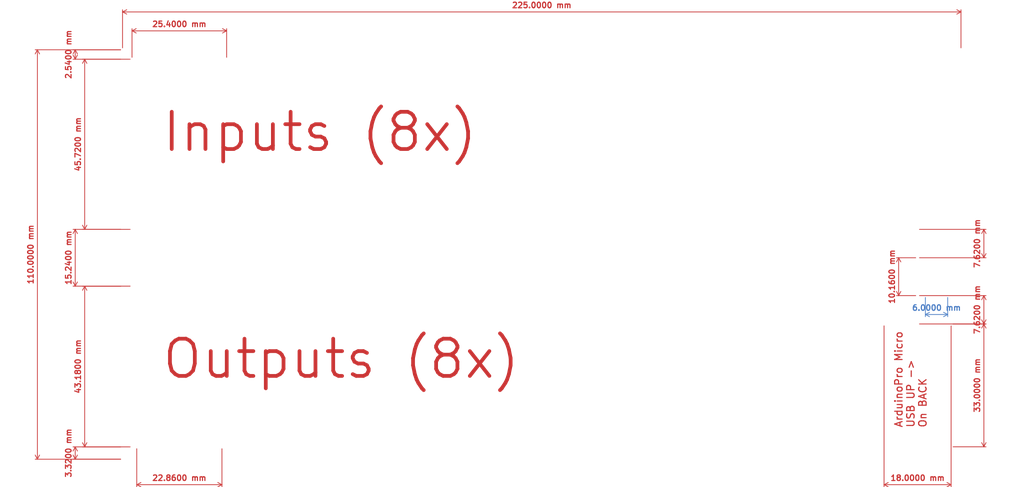
<source format=kicad_pcb>
(kicad_pcb
	(version 20240108)
	(generator "pcbnew")
	(generator_version "8.0")
	(general
		(thickness 1.6)
		(legacy_teardrops no)
	)
	(paper "A4")
	(title_block
		(title "Oblique Palette layout")
		(date "2024-04-05")
		(rev "0.3.2")
		(company "Oblique Industry")
	)
	(layers
		(0 "F.Cu" signal)
		(31 "B.Cu" signal)
		(32 "B.Adhes" user "B.Adhesive")
		(33 "F.Adhes" user "F.Adhesive")
		(34 "B.Paste" user)
		(35 "F.Paste" user)
		(36 "B.SilkS" user "B.Silkscreen")
		(37 "F.SilkS" user "F.Silkscreen")
		(38 "B.Mask" user)
		(39 "F.Mask" user)
		(40 "Dwgs.User" user "User.Drawings")
		(41 "Cmts.User" user "User.Comments")
		(42 "Eco1.User" user "User.Eco1")
		(43 "Eco2.User" user "User.Eco2")
		(44 "Edge.Cuts" user)
		(45 "Margin" user)
		(46 "B.CrtYd" user "B.Courtyard")
		(47 "F.CrtYd" user "F.Courtyard")
		(48 "B.Fab" user)
		(49 "F.Fab" user)
		(50 "User.1" user)
		(51 "User.2" user)
		(52 "User.3" user)
		(53 "User.4" user)
		(54 "User.5" user)
		(55 "User.6" user)
		(56 "User.7" user)
		(57 "User.8" user)
		(58 "User.9" user)
	)
	(setup
		(pad_to_mask_clearance 0)
		(allow_soldermask_bridges_in_footprints no)
		(grid_origin 45.72 104.14)
		(pcbplotparams
			(layerselection 0x00010fc_ffffffff)
			(plot_on_all_layers_selection 0x0000000_00000000)
			(disableapertmacros no)
			(usegerberextensions no)
			(usegerberattributes yes)
			(usegerberadvancedattributes yes)
			(creategerberjobfile yes)
			(dashed_line_dash_ratio 12.000000)
			(dashed_line_gap_ratio 3.000000)
			(svgprecision 4)
			(plotframeref no)
			(viasonmask no)
			(mode 1)
			(useauxorigin no)
			(hpglpennumber 1)
			(hpglpenspeed 20)
			(hpglpendiameter 15.000000)
			(pdf_front_fp_property_popups yes)
			(pdf_back_fp_property_popups yes)
			(dxfpolygonmode yes)
			(dxfimperialunits yes)
			(dxfusepcbnewfont yes)
			(psnegative no)
			(psa4output no)
			(plotreference yes)
			(plotvalue yes)
			(plotfptext yes)
			(plotinvisibletext no)
			(sketchpadsonfab no)
			(subtractmaskfromsilk no)
			(outputformat 1)
			(mirror no)
			(drillshape 1)
			(scaleselection 1)
			(outputdirectory "")
		)
	)
	(net 0 "")
	(gr_rect
		(start 43.18 40.64)
		(end 268.18 150.64)
		(stroke
			(width 0.2)
			(type default)
		)
		(fill none)
		(layer "User.1")
		(uuid "23aa1df1-d793-4451-ad7c-2e4a67f3d4f9")
	)
	(gr_rect
		(start 129.54 43.18)
		(end 154.94 88.9)
		(stroke
			(width 0.2)
			(type default)
		)
		(fill none)
		(layer "User.2")
		(uuid "16197c66-a8ab-497e-8170-298c827537f1")
	)
	(gr_rect
		(start 241.3 43.18)
		(end 266.7 88.9)
		(stroke
			(width 0.2)
			(type default)
		)
		(fill none)
		(layer "User.2")
		(uuid "24c88c4c-fd01-4a82-973a-6e80285f5228")
	)
	(gr_rect
		(start 101.6 43.18)
		(end 127 88.9)
		(stroke
			(width 0.2)
			(type default)
		)
		(fill none)
		(layer "User.2")
		(uuid "2ce1f000-3362-4b84-a7ab-f6a7db6ec33f")
	)
	(gr_rect
		(start 45.72 43.18)
		(end 71.12 88.9)
		(stroke
			(width 0.2)
			(type default)
		)
		(fill none)
		(layer "User.2")
		(uuid "9e15275f-9f56-46d6-ac1f-b666df00de09")
	)
	(gr_rect
		(start 157.48 43.18)
		(end 182.88 88.9)
		(stroke
			(width 0.2)
			(type default)
		)
		(fill none)
		(layer "User.2")
		(uuid "9fef8890-c842-47a6-bbd3-1b1a4f298ed0")
	)
	(gr_rect
		(start 73.66 43.18)
		(end 99.06 88.9)
		(stroke
			(width 0.2)
			(type default)
		)
		(fill none)
		(layer "User.2")
		(uuid "b16de7cd-cd26-46b1-b0d1-81d5fb50a8bd")
	)
	(gr_rect
		(start 213.36 43.18)
		(end 238.76 88.9)
		(stroke
			(width 0.2)
			(type default)
		)
		(fill none)
		(layer "User.2")
		(uuid "bfc58233-b84b-4598-9786-52f9a8683802")
	)
	(gr_rect
		(start 185.42 43.18)
		(end 210.82 88.9)
		(stroke
			(width 0.2)
			(type default)
		)
		(fill none)
		(layer "User.2")
		(uuid "f2600e17-4cf5-439c-87cc-f275415001d7")
	)
	(gr_rect
		(start 223.52 104.14)
		(end 246.38 147.32)
		(stroke
			(width 0.2)
			(type solid)
		)
		(fill none)
		(layer "User.3")
		(uuid "2c3af175-234e-42c4-b785-6616c45cf46f")
	)
	(gr_rect
		(start 121.92 104.14)
		(end 144.78 147.32)
		(stroke
			(width 0.2)
			(type solid)
		)
		(fill none)
		(layer "User.3")
		(uuid "5ac0fd28-6372-4366-88d9-e6dcf429217f")
	)
	(gr_rect
		(start 147.32 104.14)
		(end 170.18 147.32)
		(stroke
			(width 0.2)
			(type solid)
		)
		(fill none)
		(layer "User.3")
		(uuid "5f358ee3-ca8b-4738-8bc4-3d0293624e3d")
	)
	(gr_rect
		(start 198.12 104.14)
		(end 220.98 147.32)
		(stroke
			(width 0.2)
			(type solid)
		)
		(fill none)
		(layer "User.3")
		(uuid "681be930-4a31-4466-951e-6c75fc6676e3")
	)
	(gr_rect
		(start 172.72 104.14)
		(end 195.58 147.32)
		(stroke
			(width 0.2)
			(type solid)
		)
		(fill none)
		(layer "User.3")
		(uuid "71d59be0-547d-406b-85da-001aa66769e2")
	)
	(gr_rect
		(start 45.72 104.14)
		(end 68.58 147.32)
		(stroke
			(width 0.2)
			(type solid)
		)
		(fill none)
		(layer "User.3")
		(uuid "72951d78-4dba-4e18-bb02-48d14bf73c60")
	)
	(gr_rect
		(start 71.12 104.14)
		(end 93.98 147.32)
		(stroke
			(width 0.2)
			(type solid)
		)
		(fill none)
		(layer "User.3")
		(uuid "82b05d9f-eb9a-4745-84f2-66dd346b287a")
	)
	(gr_rect
		(start 96.52 104.14)
		(end 119.38 147.32)
		(stroke
			(width 0.2)
			(type solid)
		)
		(fill none)
		(layer "User.3")
		(uuid "f4d6c978-cc5b-4f16-b6cd-70b40443d4cb")
	)
	(gr_rect
		(start 247.54 114.3)
		(end 265.54 147.3)
		(stroke
			(width 0.2)
			(type default)
		)
		(fill none)
		(layer "User.4")
		(uuid "0aa49af6-38a9-4aa8-8af1-ae4952515065")
	)
	(gr_circle
		(center 261.62 96.52)
		(end 264.62 96.52)
		(stroke
			(width 0.2)
			(type default)
		)
		(fill none)
		(layer "User.5")
		(uuid "1284f810-91f1-4ae5-bd4c-c655bf043bc6")
	)
	(gr_circle
		(center 261.62 106.68)
		(end 264.62 106.68)
		(stroke
			(width 0.2)
			(type default)
		)
		(fill none)
		(layer "User.5")
		(uuid "48917af6-c083-460e-82c6-2ead814785d4")
	)
	(gr_text "ArduinoPro Micro\nUSB UP ->\nOn BACK"
		(at 259.08 142.24 90)
		(layer "F.Cu")
		(uuid "1e92c150-42a1-473e-afd0-abbf3e862621")
		(effects
			(font
				(size 2 2)
				(thickness 0.3)
				(bold yes)
			)
			(justify left bottom)
		)
	)
	(gr_text "Outputs (8x)"
		(at 53.34 129.54 0)
		(layer "F.Cu")
		(uuid "a9129ff2-a24d-44eb-9b28-7e6c5ce999b6")
		(effects
			(font
				(size 10 10)
				(thickness 1)
			)
			(justify left bottom)
		)
	)
	(gr_text "Inputs (8x)"
		(at 53.34 68.58 0)
		(layer "F.Cu")
		(uuid "d7a71ed4-4a9a-4237-889f-b96b7f52543b")
		(effects
			(font
				(size 10 10)
				(thickness 1)
			)
			(justify left bottom)
		)
	)
	(dimension
		(type aligned)
		(layer "F.Cu")
		(uuid "01e5f45b-4cd1-43c5-883c-9f43737a0778")
		(pts
			(xy 256.54 96.52) (xy 256.54 88.9)
		)
		(height 17.78)
		(gr_text "7.6200 mm"
			(at 272.52 92.71 90)
			(layer "F.Cu")
			(uuid "01e5f45b-4cd1-43c5-883c-9f43737a0778")
			(effects
				(font
					(size 1.5 1.5)
					(thickness 0.3)
				)
			)
		)
		(format
			(prefix "")
			(suffix "")
			(units 3)
			(units_format 1)
			(precision 4)
		)
		(style
			(thickness 0.2)
			(arrow_length 1.27)
			(text_position_mode 0)
			(extension_height 0.58642)
			(extension_offset 0.5) keep_text_aligned)
	)
	(dimension
		(type aligned)
		(layer "F.Cu")
		(uuid "052fa95a-6396-4655-9834-703099a2f3ac")
		(pts
			(xy 45.72 104.14) (xy 45.72 147.32)
		)
		(height 12.7)
		(gr_text "43.1800 mm"
			(at 31.22 125.73 90)
			(layer "F.Cu")
			(uuid "052fa95a-6396-4655-9834-703099a2f3ac")
			(effects
				(font
					(size 1.5 1.5)
					(thickness 0.3)
				)
			)
		)
		(format
			(prefix "")
			(suffix "")
			(units 3)
			(units_format 1)
			(precision 4)
		)
		(style
			(thickness 0.2)
			(arrow_length 1.27)
			(text_position_mode 0)
			(extension_height 0.58642)
			(extension_offset 0.5) keep_text_aligned)
	)
	(dimension
		(type aligned)
		(layer "F.Cu")
		(uuid "0c79eb96-3524-4746-93ec-ef664605de06")
		(pts
			(xy 45.72 43.18) (xy 71.12 43.18)
		)
		(height -7.62)
		(gr_text "25.4000 mm"
			(at 58.42 33.76 0)
			(layer "F.Cu")
			(uuid "0c79eb96-3524-4746-93ec-ef664605de06")
			(effects
				(font
					(size 1.5 1.5)
					(thickness 0.3)
				)
			)
		)
		(format
			(prefix "")
			(suffix "")
			(units 3)
			(units_format 1)
			(precision 4)
		)
		(style
			(thickness 0.2)
			(arrow_length 1.27)
			(text_position_mode 0)
			(extension_height 0.58642)
			(extension_offset 0.5) keep_text_aligned)
	)
	(dimension
		(type aligned)
		(layer "F.Cu")
		(uuid "12561167-1d5a-4830-9a30-08a7a88de694")
		(pts
			(xy 43.18 147.32) (xy 43.18 150.64)
		)
		(height 12.7)
		(gr_text "3.3200 mm"
			(at 28.68 148.98 90)
			(layer "F.Cu")
			(uuid "12561167-1d5a-4830-9a30-08a7a88de694")
			(effects
				(font
					(size 1.5 1.5)
					(thickness 0.3)
				)
			)
		)
		(format
			(prefix "")
			(suffix "")
			(units 3)
			(units_format 1)
			(precision 4)
		)
		(style
			(thickness 0.2)
			(arrow_length 1.27)
			(text_position_mode 0)
			(extension_height 0.58642)
			(extension_offset 0.5) keep_text_aligned)
	)
	(dimension
		(type aligned)
		(layer "F.Cu")
		(uuid "16802cd8-3b5e-4014-ae18-55bb6b57ab9e")
		(pts
			(xy 265.54 114.3) (xy 247.54 114.3)
		)
		(height -43.18)
		(gr_text "18.0000 mm"
			(at 256.54 155.68 0)
			(layer "F.Cu")
			(uuid "16802cd8-3b5e-4014-ae18-55bb6b57ab9e")
			(effects
				(font
					(size 1.5 1.5)
					(thickness 0.3)
				)
			)
		)
		(format
			(prefix "")
			(suffix "")
			(units 3)
			(units_format 1)
			(precision 4)
		)
		(style
			(thickness 0.2)
			(arrow_length 1.27)
			(text_position_mode 0)
			(extension_height 0.58642)
			(extension_offset 0.5) keep_text_aligned)
	)
	(dimension
		(type aligned)
		(layer "F.Cu")
		(uuid "1d858347-cf17-4614-adf6-a6df91090c75")
		(pts
			(xy 256.54 96.52) (xy 256.54 106.68)
		)
		(height 5.08)
		(gr_text "10.1600 mm"
			(at 249.66 101.6 90)
			(layer "F.Cu")
			(uuid "1d858347-cf17-4614-adf6-a6df91090c75")
			(effects
				(font
					(size 1.5 1.5)
					(thickness 0.3)
				)
			)
		)
		(format
			(prefix "")
			(suffix "")
			(units 3)
			(units_format 1)
			(precision 4)
		)
		(style
			(thickness 0.2)
			(arrow_length 1.27)
			(text_position_mode 0)
			(extension_height 0.58642)
			(extension_offset 0.5) keep_text_aligned)
	)
	(dimension
		(type aligned)
		(layer "F.Cu")
		(uuid "25458697-b514-4276-982c-117d65b84dd3")
		(pts
			(xy 46.99 147.32) (xy 69.85 147.32)
		)
		(height 10.16)
		(gr_text "22.8600 mm"
			(at 58.42 155.68 0)
			(layer "F.Cu")
			(uuid "25458697-b514-4276-982c-117d65b84dd3")
			(effects
				(font
					(size 1.5 1.5)
					(thickness 0.3)
				)
			)
		)
		(format
			(prefix "")
			(suffix "")
			(units 3)
			(units_format 1)
			(precision 4)
		)
		(style
			(thickness 0.2)
			(arrow_length 1.27)
			(text_position_mode 0)
			(extension_height 0.58642)
			(extension_offset 0.5) keep_text_aligned)
	)
	(dimension
		(type aligned)
		(layer "F.Cu")
		(uuid "557ddae7-5cd2-48e9-b8f7-e31844772dc6")
		(pts
			(xy 43.18 40.64) (xy 43.18 150.64)
		)
		(height 22.86)
		(gr_text "110.0000 mm"
			(at 18.52 95.64 90)
			(layer "F.Cu")
			(uuid "557ddae7-5cd2-48e9-b8f7-e31844772dc6")
			(effects
				(font
					(size 1.5 1.5)
					(thickness 0.3)
				)
			)
		)
		(format
			(prefix "")
			(suffix "")
			(units 3)
			(units_format 1)
			(precision 4)
		)
		(style
			(thickness 0.2)
			(arrow_length 1.27)
			(text_position_mode 0)
			(extension_height 0.58642)
			(extension_offset 0.5) keep_text_aligned)
	)
	(dimension
		(type aligned)
		(layer "F.Cu")
		(uuid "57d7be8f-b14f-47c2-9e3b-cf7acdcb4d3d")
		(pts
			(xy 43.18 88.9) (xy 43.18 104.14)
		)
		(height 12.7)
		(gr_text "15.2400 mm"
			(at 28.68 96.52 90)
			(layer "F.Cu")
			(uuid "57d7be8f-b14f-47c2-9e3b-cf7acdcb4d3d")
			(effects
				(font
					(size 1.5 1.5)
					(thickness 0.3)
				)
			)
		)
		(format
			(prefix "")
			(suffix "")
			(units 3)
			(units_format 1)
			(precision 4)
		)
		(style
			(thickness 0.2)
			(arrow_length 1.27)
			(text_position_mode 0)
			(extension_height 0.58642)
			(extension_offset 0.5) keep_text_aligned)
	)
	(dimension
		(type aligned)
		(layer "F.Cu")
		(uuid "66e1ef74-477c-4e54-b7c9-ce7e847dfe49")
		(pts
			(xy 43.18 40.64) (xy 268.18 40.64)
		)
		(height -10.16)
		(gr_text "225.0000 mm"
			(at 155.68 28.68 0)
			(layer "F.Cu")
			(uuid "66e1ef74-477c-4e54-b7c9-ce7e847dfe49")
			(effects
				(font
					(size 1.5 1.5)
					(thickness 0.3)
				)
			)
		)
		(format
			(prefix "")
			(suffix "")
			(units 3)
			(units_format 1)
			(precision 4)
		)
		(style
			(thickness 0.2)
			(arrow_length 1.27)
			(text_position_mode 0)
			(extension_height 0.58642)
			(extension_offset 0.5) keep_text_aligned)
	)
	(dimension
		(type aligned)
		(layer "F.Cu")
		(uuid "6fdb36fd-4db1-4d21-92ae-b9aee994dfda")
		(pts
			(xy 43.18 40.64) (xy 43.18 43.18)
		)
		(height 12.7)
		(gr_text "2.5400 mm"
			(at 28.68 41.91 90)
			(layer "F.Cu")
			(uuid "6fdb36fd-4db1-4d21-92ae-b9aee994dfda")
			(effects
				(font
					(size 1.5 1.5)
					(thickness 0.3)
				)
			)
		)
		(format
			(prefix "")
			(suffix "")
			(units 3)
			(units_format 1)
			(precision 4)
		)
		(style
			(thickness 0.2)
			(arrow_length 1.27)
			(text_position_mode 0)
			(extension_height 0.58642)
			(extension_offset 0.5) keep_text_aligned)
	)
	(dimension
		(type aligned)
		(layer "F.Cu")
		(uuid "7e311fef-7cbb-4a92-9001-a30cd92a4d38")
		(pts
			(xy 45.72 43.18) (xy 45.72 88.9)
		)
		(height 12.7)
		(gr_text "45.7200 mm"
			(at 31.22 66.04 90)
			(layer "F.Cu")
			(uuid "7e311fef-7cbb-4a92-9001-a30cd92a4d38")
			(effects
				(font
					(size 1.5 1.5)
					(thickness 0.3)
				)
			)
		)
		(format
			(prefix "")
			(suffix "")
			(units 3)
			(units_format 1)
			(precision 4)
		)
		(style
			(thickness 0.2)
			(arrow_length 1.27)
			(text_position_mode 0)
			(extension_height 0.58642)
			(extension_offset 0.5) keep_text_aligned)
	)
	(dimension
		(type aligned)
		(layer "F.Cu")
		(uuid "9c0e2163-a646-48b6-9a22-3903b2b1a491")
		(pts
			(xy 256.54 106.68) (xy 256.54 114.3)
		)
		(height -17.78)
		(gr_text "7.6200 mm"
			(at 272.52 110.49 90)
			(layer "F.Cu")
			(uuid "9c0e2163-a646-48b6-9a22-3903b2b1a491")
			(effects
				(font
					(size 1.5 1.5)
					(thickness 0.3)
				)
			)
		)
		(format
			(prefix "")
			(suffix "")
			(units 3)
			(units_format 1)
			(precision 4)
		)
		(style
			(thickness 0.2)
			(arrow_length 1.27)
			(text_position_mode 0)
			(extension_height 0.58642)
			(extension_offset 0.5) keep_text_aligned)
	)
	(dimension
		(type aligned)
		(layer "F.Cu")
		(uuid "c28f37f5-7df8-4459-979f-11c8742e1765")
		(pts
			(xy 265.54 114.3) (xy 265.54 147.3)
		)
		(height -8.78)
		(gr_text "33.0000 mm"
			(at 272.52 130.8 90)
			(layer "F.Cu")
			(uuid "c28f37f5-7df8-4459-979f-11c8742e1765")
			(effects
				(font
					(size 1.5 1.5)
					(thickness 0.3)
				)
			)
		)
		(format
			(prefix "")
			(suffix "")
			(units 3)
			(units_format 1)
			(precision 4)
		)
		(style
			(thickness 0.2)
			(arrow_length 1.27)
			(text_position_mode 0)
			(extension_height 0.58642)
			(extension_offset 0.5) keep_text_aligned)
	)
	(dimension
		(type aligned)
		(layer "B.Cu")
		(uuid "258b7528-0f44-4690-98e1-0c32bd4b45b2")
		(pts
			(xy 258.62 106.68) (xy 264.62 106.68)
		)
		(height 5.08)
		(gr_text "6.0000 mm"
			(at 261.62 109.96 0)
			(layer "B.Cu")
			(uuid "258b7528-0f44-4690-98e1-0c32bd4b45b2")
			(effects
				(font
					(size 1.5 1.5)
					(thickness 0.3)
				)
			)
		)
		(format
			(prefix "")
			(suffix "")
			(units 3)
			(units_format 1)
			(precision 4)
		)
		(style
			(thickness 0.2)
			(arrow_length 1.27)
			(text_position_mode 0)
			(extension_height 0.58642)
			(extension_offset 0.5) keep_text_aligned)
	)
	(dimension
		(type aligned)
		(layer "User.1")
		(uuid "b18e0e6a-4a7c-4050-a85d-64f2f47df173")
		(pts
			(xy 266.7 88.9) (xy 266.7 114.3)
		)
		(height -12.7)
		(gr_text "25.4000 mm"
			(at 277.6 101.6 90)
			(layer "User.1")
			(uuid "b18e0e6a-4a7c-4050-a85d-64f2f47df173")
			(effects
				(font
					(size 1.5 1.5)
					(thickness 0.3)
				)
			)
		)
		(format
			(prefix "")
			(suffix "")
			(units 3)
			(units_format 1)
			(precision 4)
		)
		(style
			(thickness 0.2)
			(arrow_length 1.27)
			(text_position_mode 0)
			(extension_height 0.58642)
			(extension_offset 0.5) keep_text_aligned)
	)
	(group ""
		(uuid "a022bd3f-188c-418e-9f19-3b82823e30e0")
		(members "16197c66-a8ab-497e-8170-298c827537f1" "24c88c4c-fd01-4a82-973a-6e80285f5228"
			"2ce1f000-3362-4b84-a7ab-f6a7db6ec33f" "9e15275f-9f56-46d6-ac1f-b666df00de09"
			"9fef8890-c842-47a6-bbd3-1b1a4f298ed0" "b16de7cd-cd26-46b1-b0d1-81d5fb50a8bd"
			"bfc58233-b84b-4598-9786-52f9a8683802" "f2600e17-4cf5-439c-87cc-f275415001d7"
		)
	)
)
</source>
